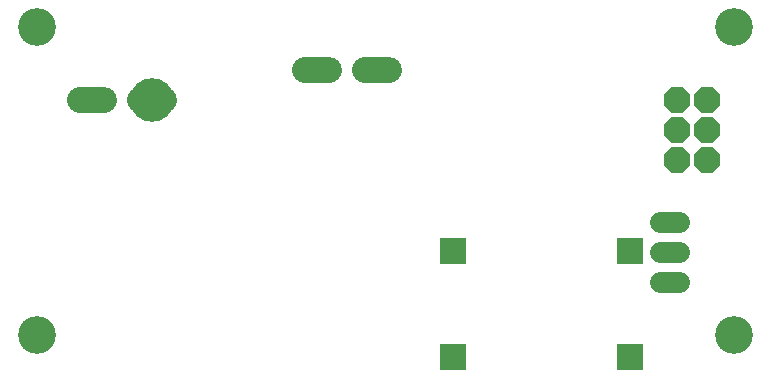
<source format=gbr>
G04 EAGLE Gerber RS-274X export*
G75*
%MOMM*%
%FSLAX34Y34*%
%LPD*%
%INSoldermask Bottom*%
%IPPOS*%
%AMOC8*
5,1,8,0,0,1.08239X$1,22.5*%
G01*
G04 Define Apertures*
%ADD10C,3.203200*%
%ADD11P,2.40204X8X112.5*%
%ADD12C,2.219200*%
%ADD13C,1.803200*%
%ADD14R,2.203200X2.203200*%
%ADD15C,3.703200*%
D10*
X620000Y290000D03*
X620000Y30000D03*
X30000Y30000D03*
X30000Y290000D03*
D11*
X571500Y177800D03*
X596900Y177800D03*
X571500Y203200D03*
X596900Y203200D03*
X571500Y228600D03*
X596900Y228600D03*
D12*
X86280Y228600D02*
X66120Y228600D01*
X116920Y228600D02*
X137080Y228600D01*
D13*
X557000Y74600D02*
X573000Y74600D01*
X573000Y100000D02*
X557000Y100000D01*
X557000Y125400D02*
X573000Y125400D01*
D12*
X276780Y254000D02*
X256620Y254000D01*
X307420Y254000D02*
X327580Y254000D01*
D14*
X382200Y101000D03*
X382200Y11000D03*
X532200Y101000D03*
X532200Y11000D03*
D15*
X127000Y228600D03*
M02*

</source>
